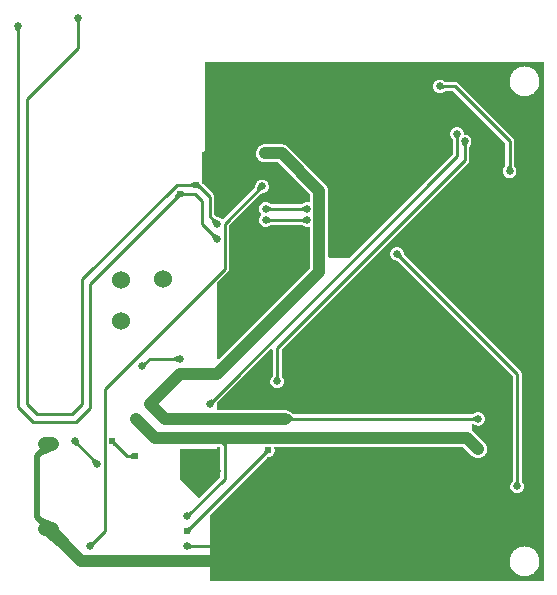
<source format=gbl>
G04 Layer: BottomLayer*
G04 EasyEDA v6.3.43, 2020-05-12T15:16:01+02:00*
G04 4d644927dd1f4b27a0df6f52f7f7ce2a,accd6950acb14890b3c9ed90e7fce2f1,10*
G04 Gerber Generator version 0.2*
G04 Scale: 100 percent, Rotated: No, Reflected: No *
G04 Dimensions in inches *
G04 leading zeros omitted , absolute positions ,2 integer and 4 decimal *
%FSLAX24Y24*%
%MOIN*%
G90*
G70D02*

%ADD10C,0.010000*%
%ADD11C,0.040000*%
%ADD13C,0.020000*%
%ADD17C,0.025000*%
%ADD18C,0.024000*%
%ADD41C,0.060000*%
%ADD42C,0.047240*%

%LPD*%
G36*
G01X7064Y4573D02*
G01X7034Y4573D01*
G01X7028Y4572D01*
G01X7023Y4570D01*
G01X7013Y4564D01*
G01X7009Y4560D01*
G01X7003Y4550D01*
G01X7001Y4545D01*
G01X7000Y4539D01*
G01X7000Y4500D01*
G01X5790Y4500D01*
G01X5778Y4498D01*
G01X5773Y4496D01*
G01X5763Y4490D01*
G01X5759Y4486D01*
G01X5753Y4476D01*
G01X5751Y4471D01*
G01X5750Y4465D01*
G01X5750Y3510D01*
G01X5751Y3504D01*
G01X5754Y3498D01*
G01X5757Y3493D01*
G01X5761Y3488D01*
G01X6369Y2880D01*
G01X6375Y2877D01*
G01X6380Y2875D01*
G01X6386Y2873D01*
G01X6399Y2873D01*
G01X6411Y2877D01*
G01X6416Y2880D01*
G01X6421Y2885D01*
G01X7087Y3550D01*
G01X7091Y3555D01*
G01X7094Y3560D01*
G01X7097Y3566D01*
G01X7098Y3572D01*
G01X7099Y3579D01*
G01X7099Y4533D01*
G01X7097Y4545D01*
G01X7095Y4550D01*
G01X7089Y4560D01*
G01X7085Y4564D01*
G01X7075Y4570D01*
G01X7070Y4572D01*
G01X7064Y4573D01*
G37*

%LPD*%
G36*
G01X17864Y17398D02*
G01X6635Y17398D01*
G01X6629Y17397D01*
G01X6624Y17395D01*
G01X6614Y17389D01*
G01X6610Y17385D01*
G01X6604Y17375D01*
G01X6602Y17370D01*
G01X6601Y17364D01*
G01X6601Y14500D01*
G01X6600Y14490D01*
G01X6599Y14481D01*
G01X6597Y14472D01*
G01X6594Y14463D01*
G01X6586Y14447D01*
G01X6580Y14439D01*
G01X6575Y14432D01*
G01X6568Y14425D01*
G01X6561Y14419D01*
G01X6545Y14409D01*
G01X6537Y14406D01*
G01X6528Y14403D01*
G01X6523Y14401D01*
G01X6518Y14398D01*
G01X6513Y14394D01*
G01X6509Y14390D01*
G01X6506Y14386D01*
G01X6503Y14381D01*
G01X6501Y14376D01*
G01X6500Y14370D01*
G01X6500Y13394D01*
G01X6503Y13386D01*
G01X6505Y13380D01*
G01X6509Y13373D01*
G01X6542Y13322D01*
G01X6547Y13316D01*
G01X6856Y13006D01*
G01X6864Y12998D01*
G01X6872Y12988D01*
G01X6884Y12968D01*
G01X6889Y12957D01*
G01X6893Y12946D01*
G01X6896Y12935D01*
G01X6899Y12923D01*
G01X6900Y12911D01*
G01X6901Y12900D01*
G01X6901Y12322D01*
G01X6902Y12316D01*
G01X6905Y12310D01*
G01X6908Y12305D01*
G01X6912Y12300D01*
G01X6962Y12250D01*
G01X6967Y12246D01*
G01X6972Y12243D01*
G01X6978Y12240D01*
G01X7025Y12225D01*
G01X7032Y12223D01*
G01X7047Y12221D01*
G01X7075Y12213D01*
G01X7089Y12207D01*
G01X7102Y12201D01*
G01X7115Y12194D01*
G01X7127Y12186D01*
G01X7151Y12168D01*
G01X7155Y12164D01*
G01X7160Y12161D01*
G01X7166Y12159D01*
G01X7171Y12158D01*
G01X7177Y12157D01*
G01X7184Y12158D01*
G01X7190Y12159D01*
G01X7195Y12162D01*
G01X7201Y12165D01*
G01X7206Y12169D01*
G01X8249Y13212D01*
G01X8253Y13217D01*
G01X8256Y13222D01*
G01X8259Y13228D01*
G01X8274Y13275D01*
G01X8276Y13282D01*
G01X8278Y13296D01*
G01X8282Y13309D01*
G01X8286Y13323D01*
G01X8296Y13349D01*
G01X8310Y13373D01*
G01X8318Y13385D01*
G01X8327Y13396D01*
G01X8336Y13406D01*
G01X8346Y13416D01*
G01X8357Y13425D01*
G01X8368Y13433D01*
G01X8380Y13441D01*
G01X8404Y13455D01*
G01X8417Y13460D01*
G01X8431Y13465D01*
G01X8444Y13469D01*
G01X8458Y13472D01*
G01X8472Y13474D01*
G01X8485Y13475D01*
G01X8513Y13475D01*
G01X8527Y13474D01*
G01X8540Y13472D01*
G01X8554Y13469D01*
G01X8580Y13461D01*
G01X8592Y13456D01*
G01X8605Y13450D01*
G01X8616Y13443D01*
G01X8628Y13435D01*
G01X8639Y13427D01*
G01X8649Y13419D01*
G01X8669Y13399D01*
G01X8677Y13389D01*
G01X8685Y13378D01*
G01X8693Y13366D01*
G01X8700Y13355D01*
G01X8706Y13342D01*
G01X8711Y13330D01*
G01X8719Y13304D01*
G01X8722Y13290D01*
G01X8724Y13277D01*
G01X8725Y13263D01*
G01X8726Y13250D01*
G01X8725Y13235D01*
G01X8724Y13222D01*
G01X8722Y13208D01*
G01X8719Y13194D01*
G01X8715Y13181D01*
G01X8710Y13167D01*
G01X8705Y13154D01*
G01X8691Y13130D01*
G01X8683Y13118D01*
G01X8675Y13107D01*
G01X8666Y13096D01*
G01X8656Y13086D01*
G01X8646Y13077D01*
G01X8635Y13068D01*
G01X8623Y13060D01*
G01X8599Y13046D01*
G01X8573Y13036D01*
G01X8559Y13032D01*
G01X8546Y13028D01*
G01X8532Y13026D01*
G01X8525Y13024D01*
G01X8478Y13009D01*
G01X8472Y13006D01*
G01X8467Y13003D01*
G01X8462Y12999D01*
G01X7412Y11949D01*
G01X7408Y11944D01*
G01X7405Y11939D01*
G01X7402Y11933D01*
G01X7401Y11927D01*
G01X7401Y10500D01*
G01X7399Y10476D01*
G01X7396Y10464D01*
G01X7393Y10453D01*
G01X7389Y10442D01*
G01X7384Y10431D01*
G01X7372Y10411D01*
G01X7364Y10401D01*
G01X7011Y10048D01*
G01X7007Y10043D01*
G01X7004Y10038D01*
G01X7001Y10032D01*
G01X7000Y10026D01*
G01X7000Y7516D01*
G01X7001Y7510D01*
G01X7003Y7505D01*
G01X7006Y7500D01*
G01X7009Y7496D01*
G01X7013Y7492D01*
G01X7018Y7488D01*
G01X7023Y7485D01*
G01X7028Y7483D01*
G01X7034Y7482D01*
G01X7046Y7482D01*
G01X7058Y7486D01*
G01X7063Y7489D01*
G01X7068Y7493D01*
G01X10087Y10512D01*
G01X10091Y10517D01*
G01X10094Y10523D01*
G01X10097Y10528D01*
G01X10098Y10534D01*
G01X10098Y11871D01*
G01X10097Y11876D01*
G01X10095Y11882D01*
G01X10092Y11887D01*
G01X10089Y11891D01*
G01X10085Y11895D01*
G01X10080Y11899D01*
G01X10075Y11902D01*
G01X10070Y11904D01*
G01X10064Y11905D01*
G01X10059Y11905D01*
G01X10050Y11904D01*
G01X10033Y11901D01*
G01X10016Y11899D01*
G01X10000Y11898D01*
G01X9985Y11899D01*
G01X9971Y11900D01*
G01X9956Y11903D01*
G01X9942Y11906D01*
G01X9928Y11910D01*
G01X9915Y11915D01*
G01X9901Y11921D01*
G01X9889Y11928D01*
G01X9876Y11935D01*
G01X9858Y11947D01*
G01X9808Y11972D01*
G01X9802Y11973D01*
G01X8822Y11973D01*
G01X8816Y11972D01*
G01X8766Y11947D01*
G01X8748Y11935D01*
G01X8735Y11928D01*
G01X8723Y11921D01*
G01X8709Y11915D01*
G01X8696Y11910D01*
G01X8682Y11906D01*
G01X8668Y11903D01*
G01X8653Y11900D01*
G01X8625Y11898D01*
G01X8597Y11900D01*
G01X8584Y11902D01*
G01X8570Y11905D01*
G01X8544Y11913D01*
G01X8532Y11918D01*
G01X8519Y11924D01*
G01X8508Y11931D01*
G01X8496Y11939D01*
G01X8485Y11947D01*
G01X8475Y11955D01*
G01X8455Y11975D01*
G01X8447Y11985D01*
G01X8439Y11996D01*
G01X8431Y12008D01*
G01X8424Y12019D01*
G01X8418Y12032D01*
G01X8413Y12044D01*
G01X8405Y12070D01*
G01X8402Y12084D01*
G01X8400Y12097D01*
G01X8399Y12111D01*
G01X8399Y12138D01*
G01X8400Y12152D01*
G01X8402Y12165D01*
G01X8405Y12178D01*
G01X8413Y12204D01*
G01X8418Y12217D01*
G01X8424Y12229D01*
G01X8431Y12241D01*
G01X8438Y12252D01*
G01X8446Y12263D01*
G01X8455Y12274D01*
G01X8464Y12284D01*
G01X8472Y12294D01*
G01X8474Y12300D01*
G01X8476Y12312D01*
G01X8474Y12324D01*
G01X8472Y12330D01*
G01X8464Y12340D01*
G01X8455Y12350D01*
G01X8446Y12361D01*
G01X8438Y12372D01*
G01X8431Y12383D01*
G01X8424Y12395D01*
G01X8418Y12407D01*
G01X8413Y12420D01*
G01X8405Y12446D01*
G01X8402Y12459D01*
G01X8400Y12472D01*
G01X8399Y12486D01*
G01X8399Y12513D01*
G01X8400Y12527D01*
G01X8402Y12540D01*
G01X8405Y12554D01*
G01X8413Y12580D01*
G01X8418Y12592D01*
G01X8424Y12605D01*
G01X8431Y12616D01*
G01X8439Y12628D01*
G01X8447Y12639D01*
G01X8455Y12649D01*
G01X8475Y12669D01*
G01X8485Y12677D01*
G01X8496Y12685D01*
G01X8508Y12693D01*
G01X8519Y12700D01*
G01X8532Y12706D01*
G01X8544Y12711D01*
G01X8570Y12719D01*
G01X8584Y12722D01*
G01X8597Y12724D01*
G01X8611Y12725D01*
G01X8639Y12725D01*
G01X8653Y12724D01*
G01X8668Y12721D01*
G01X8682Y12718D01*
G01X8696Y12714D01*
G01X8709Y12709D01*
G01X8723Y12703D01*
G01X8735Y12696D01*
G01X8748Y12689D01*
G01X8766Y12677D01*
G01X8816Y12652D01*
G01X8828Y12650D01*
G01X9796Y12650D01*
G01X9808Y12652D01*
G01X9858Y12677D01*
G01X9876Y12689D01*
G01X9889Y12696D01*
G01X9901Y12703D01*
G01X9915Y12709D01*
G01X9928Y12714D01*
G01X9942Y12718D01*
G01X9956Y12721D01*
G01X9971Y12724D01*
G01X9985Y12725D01*
G01X10016Y12725D01*
G01X10033Y12723D01*
G01X10050Y12720D01*
G01X10059Y12719D01*
G01X10064Y12719D01*
G01X10070Y12720D01*
G01X10075Y12722D01*
G01X10080Y12725D01*
G01X10085Y12729D01*
G01X10089Y12733D01*
G01X10092Y12737D01*
G01X10095Y12742D01*
G01X10097Y12748D01*
G01X10098Y12753D01*
G01X10098Y12965D01*
G01X10097Y12971D01*
G01X10094Y12976D01*
G01X10091Y12982D01*
G01X10087Y12987D01*
G01X9037Y14037D01*
G01X9032Y14041D01*
G01X9026Y14044D01*
G01X9021Y14047D01*
G01X9015Y14048D01*
G01X8600Y14048D01*
G01X8568Y14050D01*
G01X8552Y14052D01*
G01X8537Y14055D01*
G01X8522Y14059D01*
G01X8506Y14063D01*
G01X8492Y14068D01*
G01X8477Y14075D01*
G01X8463Y14081D01*
G01X8449Y14089D01*
G01X8436Y14097D01*
G01X8423Y14106D01*
G01X8410Y14116D01*
G01X8398Y14126D01*
G01X8376Y14148D01*
G01X8366Y14160D01*
G01X8356Y14173D01*
G01X8347Y14186D01*
G01X8339Y14199D01*
G01X8331Y14213D01*
G01X8325Y14227D01*
G01X8318Y14242D01*
G01X8313Y14256D01*
G01X8309Y14272D01*
G01X8305Y14287D01*
G01X8302Y14302D01*
G01X8300Y14318D01*
G01X8299Y14334D01*
G01X8299Y14365D01*
G01X8300Y14381D01*
G01X8302Y14397D01*
G01X8305Y14412D01*
G01X8309Y14427D01*
G01X8313Y14443D01*
G01X8318Y14457D01*
G01X8325Y14472D01*
G01X8331Y14486D01*
G01X8339Y14500D01*
G01X8347Y14513D01*
G01X8356Y14526D01*
G01X8366Y14539D01*
G01X8376Y14551D01*
G01X8398Y14573D01*
G01X8410Y14583D01*
G01X8423Y14593D01*
G01X8436Y14602D01*
G01X8449Y14610D01*
G01X8463Y14618D01*
G01X8477Y14624D01*
G01X8492Y14631D01*
G01X8506Y14636D01*
G01X8522Y14640D01*
G01X8537Y14644D01*
G01X8552Y14647D01*
G01X8568Y14649D01*
G01X8584Y14650D01*
G01X9165Y14650D01*
G01X9181Y14649D01*
G01X9197Y14647D01*
G01X9212Y14644D01*
G01X9227Y14640D01*
G01X9243Y14636D01*
G01X9257Y14631D01*
G01X9272Y14624D01*
G01X9286Y14618D01*
G01X9300Y14610D01*
G01X9313Y14602D01*
G01X9326Y14593D01*
G01X9339Y14583D01*
G01X9351Y14573D01*
G01X10623Y13301D01*
G01X10633Y13289D01*
G01X10643Y13276D01*
G01X10652Y13263D01*
G01X10660Y13250D01*
G01X10668Y13236D01*
G01X10674Y13222D01*
G01X10681Y13207D01*
G01X10686Y13193D01*
G01X10690Y13177D01*
G01X10694Y13162D01*
G01X10697Y13147D01*
G01X10699Y13131D01*
G01X10700Y13115D01*
G01X10701Y13100D01*
G01X10701Y10909D01*
G01X10702Y10903D01*
G01X10704Y10898D01*
G01X10710Y10888D01*
G01X10714Y10884D01*
G01X10724Y10878D01*
G01X10729Y10876D01*
G01X10735Y10875D01*
G01X11375Y10875D01*
G01X11382Y10872D01*
G01X11391Y10871D01*
G01X11397Y10871D01*
G01X11409Y10875D01*
G01X11419Y10883D01*
G01X14837Y14300D01*
G01X14841Y14305D01*
G01X14844Y14310D01*
G01X14847Y14316D01*
G01X14848Y14322D01*
G01X14848Y14802D01*
G01X14847Y14808D01*
G01X14822Y14858D01*
G01X14810Y14876D01*
G01X14803Y14889D01*
G01X14796Y14901D01*
G01X14790Y14915D01*
G01X14785Y14928D01*
G01X14781Y14942D01*
G01X14778Y14956D01*
G01X14775Y14971D01*
G01X14774Y14985D01*
G01X14773Y15000D01*
G01X14774Y15013D01*
G01X14775Y15027D01*
G01X14777Y15040D01*
G01X14780Y15054D01*
G01X14788Y15080D01*
G01X14793Y15092D01*
G01X14799Y15105D01*
G01X14806Y15116D01*
G01X14814Y15128D01*
G01X14822Y15139D01*
G01X14830Y15149D01*
G01X14850Y15169D01*
G01X14860Y15177D01*
G01X14871Y15185D01*
G01X14883Y15193D01*
G01X14894Y15200D01*
G01X14907Y15206D01*
G01X14919Y15211D01*
G01X14945Y15219D01*
G01X14959Y15222D01*
G01X14972Y15224D01*
G01X14986Y15225D01*
G01X15013Y15225D01*
G01X15027Y15224D01*
G01X15040Y15222D01*
G01X15054Y15219D01*
G01X15080Y15211D01*
G01X15092Y15206D01*
G01X15105Y15200D01*
G01X15117Y15193D01*
G01X15150Y15169D01*
G01X15159Y15159D01*
G01X15169Y15149D01*
G01X15178Y15139D01*
G01X15186Y15128D01*
G01X15200Y15104D01*
G01X15206Y15092D01*
G01X15211Y15079D01*
G01X15219Y15053D01*
G01X15222Y15040D01*
G01X15224Y15026D01*
G01X15225Y15013D01*
G01X15227Y15001D01*
G01X15233Y14991D01*
G01X15241Y14983D01*
G01X15251Y14977D01*
G01X15263Y14975D01*
G01X15276Y14974D01*
G01X15290Y14972D01*
G01X15303Y14969D01*
G01X15329Y14961D01*
G01X15342Y14956D01*
G01X15354Y14950D01*
G01X15378Y14936D01*
G01X15389Y14928D01*
G01X15399Y14919D01*
G01X15409Y14909D01*
G01X15419Y14900D01*
G01X15443Y14867D01*
G01X15450Y14855D01*
G01X15456Y14842D01*
G01X15461Y14830D01*
G01X15469Y14804D01*
G01X15472Y14790D01*
G01X15474Y14777D01*
G01X15475Y14763D01*
G01X15476Y14750D01*
G01X15475Y14735D01*
G01X15474Y14721D01*
G01X15471Y14706D01*
G01X15468Y14692D01*
G01X15464Y14678D01*
G01X15459Y14665D01*
G01X15453Y14651D01*
G01X15446Y14639D01*
G01X15439Y14626D01*
G01X15427Y14608D01*
G01X15402Y14558D01*
G01X15401Y14552D01*
G01X15401Y14125D01*
G01X15399Y14101D01*
G01X15396Y14089D01*
G01X15393Y14078D01*
G01X15389Y14067D01*
G01X15384Y14056D01*
G01X15372Y14036D01*
G01X15364Y14026D01*
G01X9162Y7824D01*
G01X9158Y7819D01*
G01X9155Y7814D01*
G01X9152Y7808D01*
G01X9151Y7802D01*
G01X9151Y6947D01*
G01X9152Y6941D01*
G01X9177Y6891D01*
G01X9189Y6873D01*
G01X9196Y6860D01*
G01X9203Y6848D01*
G01X9209Y6834D01*
G01X9214Y6821D01*
G01X9218Y6807D01*
G01X9221Y6793D01*
G01X9224Y6778D01*
G01X9226Y6750D01*
G01X9224Y6722D01*
G01X9222Y6709D01*
G01X9219Y6695D01*
G01X9211Y6669D01*
G01X9206Y6657D01*
G01X9200Y6644D01*
G01X9193Y6633D01*
G01X9185Y6621D01*
G01X9177Y6610D01*
G01X9169Y6600D01*
G01X9149Y6580D01*
G01X9139Y6572D01*
G01X9128Y6564D01*
G01X9116Y6556D01*
G01X9105Y6549D01*
G01X9092Y6543D01*
G01X9080Y6538D01*
G01X9054Y6530D01*
G01X9040Y6527D01*
G01X9027Y6525D01*
G01X9013Y6524D01*
G01X9000Y6523D01*
G01X8972Y6525D01*
G01X8959Y6527D01*
G01X8945Y6530D01*
G01X8919Y6538D01*
G01X8907Y6543D01*
G01X8894Y6549D01*
G01X8883Y6556D01*
G01X8871Y6564D01*
G01X8860Y6572D01*
G01X8850Y6580D01*
G01X8830Y6600D01*
G01X8822Y6610D01*
G01X8814Y6621D01*
G01X8806Y6633D01*
G01X8799Y6644D01*
G01X8793Y6657D01*
G01X8788Y6669D01*
G01X8780Y6695D01*
G01X8777Y6709D01*
G01X8775Y6722D01*
G01X8774Y6736D01*
G01X8774Y6764D01*
G01X8775Y6778D01*
G01X8778Y6793D01*
G01X8781Y6807D01*
G01X8785Y6821D01*
G01X8790Y6834D01*
G01X8796Y6848D01*
G01X8803Y6860D01*
G01X8810Y6873D01*
G01X8822Y6891D01*
G01X8847Y6941D01*
G01X8849Y6953D01*
G01X8849Y7788D01*
G01X8847Y7800D01*
G01X8845Y7805D01*
G01X8839Y7815D01*
G01X8835Y7819D01*
G01X8825Y7825D01*
G01X8820Y7827D01*
G01X8814Y7828D01*
G01X8802Y7828D01*
G01X8790Y7824D01*
G01X8785Y7821D01*
G01X8780Y7817D01*
G01X7011Y6048D01*
G01X7007Y6043D01*
G01X7004Y6038D01*
G01X7001Y6032D01*
G01X7000Y6026D01*
G01X7000Y5835D01*
G01X7001Y5829D01*
G01X7003Y5824D01*
G01X7009Y5814D01*
G01X7013Y5810D01*
G01X7023Y5804D01*
G01X7028Y5802D01*
G01X7040Y5800D01*
G01X9266Y5800D01*
G01X9282Y5799D01*
G01X9298Y5797D01*
G01X9314Y5794D01*
G01X9329Y5790D01*
G01X9345Y5785D01*
G01X9375Y5773D01*
G01X9389Y5766D01*
G01X9404Y5758D01*
G01X9430Y5740D01*
G01X9443Y5730D01*
G01X9446Y5728D01*
G01X9544Y5658D01*
G01X9549Y5655D01*
G01X9555Y5652D01*
G01X9567Y5650D01*
G01X15496Y5650D01*
G01X15508Y5652D01*
G01X15558Y5677D01*
G01X15576Y5689D01*
G01X15589Y5696D01*
G01X15601Y5703D01*
G01X15615Y5709D01*
G01X15628Y5714D01*
G01X15642Y5718D01*
G01X15656Y5721D01*
G01X15671Y5724D01*
G01X15685Y5725D01*
G01X15713Y5725D01*
G01X15727Y5724D01*
G01X15740Y5722D01*
G01X15754Y5719D01*
G01X15780Y5711D01*
G01X15792Y5706D01*
G01X15805Y5700D01*
G01X15816Y5693D01*
G01X15828Y5685D01*
G01X15839Y5677D01*
G01X15849Y5669D01*
G01X15869Y5649D01*
G01X15877Y5639D01*
G01X15885Y5628D01*
G01X15893Y5616D01*
G01X15900Y5605D01*
G01X15906Y5592D01*
G01X15911Y5580D01*
G01X15919Y5554D01*
G01X15922Y5540D01*
G01X15924Y5527D01*
G01X15925Y5513D01*
G01X15926Y5500D01*
G01X15924Y5472D01*
G01X15922Y5459D01*
G01X15919Y5445D01*
G01X15911Y5419D01*
G01X15906Y5407D01*
G01X15900Y5394D01*
G01X15893Y5383D01*
G01X15885Y5371D01*
G01X15877Y5360D01*
G01X15869Y5350D01*
G01X15849Y5330D01*
G01X15839Y5322D01*
G01X15828Y5314D01*
G01X15816Y5306D01*
G01X15805Y5299D01*
G01X15792Y5293D01*
G01X15780Y5288D01*
G01X15754Y5280D01*
G01X15740Y5277D01*
G01X15727Y5275D01*
G01X15713Y5274D01*
G01X15700Y5273D01*
G01X15685Y5274D01*
G01X15671Y5275D01*
G01X15656Y5278D01*
G01X15642Y5281D01*
G01X15628Y5285D01*
G01X15615Y5290D01*
G01X15601Y5296D01*
G01X15589Y5303D01*
G01X15576Y5310D01*
G01X15558Y5322D01*
G01X15557Y5323D01*
G01X15552Y5325D01*
G01X15540Y5327D01*
G01X15528Y5325D01*
G01X15523Y5323D01*
G01X15513Y5317D01*
G01X15509Y5313D01*
G01X15503Y5303D01*
G01X15501Y5298D01*
G01X15500Y5292D01*
G01X15500Y5133D01*
G01X15501Y5128D01*
G01X15503Y5122D01*
G01X15506Y5117D01*
G01X15510Y5112D01*
G01X15514Y5108D01*
G01X15526Y5098D01*
G01X15923Y4701D01*
G01X15933Y4689D01*
G01X15943Y4676D01*
G01X15952Y4663D01*
G01X15960Y4650D01*
G01X15968Y4636D01*
G01X15974Y4622D01*
G01X15981Y4607D01*
G01X15986Y4593D01*
G01X15990Y4577D01*
G01X15994Y4562D01*
G01X15997Y4547D01*
G01X15999Y4531D01*
G01X16000Y4515D01*
G01X16001Y4500D01*
G01X15999Y4468D01*
G01X15997Y4452D01*
G01X15994Y4437D01*
G01X15990Y4422D01*
G01X15986Y4406D01*
G01X15981Y4392D01*
G01X15974Y4377D01*
G01X15968Y4363D01*
G01X15960Y4349D01*
G01X15952Y4336D01*
G01X15943Y4323D01*
G01X15933Y4310D01*
G01X15923Y4298D01*
G01X15901Y4276D01*
G01X15889Y4266D01*
G01X15876Y4256D01*
G01X15863Y4247D01*
G01X15850Y4239D01*
G01X15836Y4231D01*
G01X15822Y4225D01*
G01X15807Y4218D01*
G01X15793Y4213D01*
G01X15777Y4209D01*
G01X15762Y4205D01*
G01X15747Y4202D01*
G01X15731Y4200D01*
G01X15715Y4199D01*
G01X15700Y4198D01*
G01X15668Y4200D01*
G01X15652Y4202D01*
G01X15637Y4205D01*
G01X15622Y4209D01*
G01X15606Y4213D01*
G01X15592Y4218D01*
G01X15577Y4225D01*
G01X15563Y4231D01*
G01X15549Y4239D01*
G01X15536Y4247D01*
G01X15523Y4256D01*
G01X15510Y4266D01*
G01X15498Y4276D01*
G01X15212Y4562D01*
G01X15207Y4566D01*
G01X15201Y4569D01*
G01X15196Y4572D01*
G01X15190Y4573D01*
G01X8941Y4573D01*
G01X8935Y4572D01*
G01X8930Y4570D01*
G01X8920Y4564D01*
G01X8916Y4560D01*
G01X8910Y4550D01*
G01X8908Y4545D01*
G01X8907Y4539D01*
G01X8907Y4527D01*
G01X8909Y4521D01*
G01X8913Y4507D01*
G01X8916Y4493D01*
G01X8919Y4478D01*
G01X8921Y4450D01*
G01X8919Y4422D01*
G01X8917Y4409D01*
G01X8914Y4396D01*
G01X8910Y4382D01*
G01X8906Y4370D01*
G01X8900Y4357D01*
G01X8894Y4345D01*
G01X8887Y4333D01*
G01X8880Y4322D01*
G01X8872Y4311D01*
G01X8863Y4300D01*
G01X8833Y4273D01*
G01X8821Y4265D01*
G01X8810Y4258D01*
G01X8798Y4252D01*
G01X8785Y4246D01*
G01X8773Y4241D01*
G01X8760Y4237D01*
G01X8746Y4234D01*
G01X8733Y4231D01*
G01X8726Y4229D01*
G01X8683Y4214D01*
G01X8678Y4212D01*
G01X8673Y4209D01*
G01X8668Y4205D01*
G01X6761Y2298D01*
G01X6757Y2293D01*
G01X6754Y2288D01*
G01X6751Y2282D01*
G01X6750Y2276D01*
G01X6750Y135D01*
G01X6751Y129D01*
G01X6753Y124D01*
G01X6759Y114D01*
G01X6763Y110D01*
G01X6773Y104D01*
G01X6778Y102D01*
G01X6790Y100D01*
G01X17859Y100D01*
G01X17864Y101D01*
G01X17870Y102D01*
G01X17875Y104D01*
G01X17885Y110D01*
G01X17889Y114D01*
G01X17895Y124D01*
G01X17897Y129D01*
G01X17898Y135D01*
G01X17898Y17364D01*
G01X17897Y17370D01*
G01X17895Y17375D01*
G01X17889Y17385D01*
G01X17885Y17389D01*
G01X17875Y17395D01*
G01X17870Y17397D01*
G01X17864Y17398D01*
G37*

%LPC*%
G36*
G01X13014Y11225D02*
G01X12986Y11225D01*
G01X12972Y11224D01*
G01X12959Y11222D01*
G01X12945Y11219D01*
G01X12919Y11211D01*
G01X12907Y11206D01*
G01X12894Y11200D01*
G01X12883Y11193D01*
G01X12871Y11185D01*
G01X12860Y11177D01*
G01X12850Y11169D01*
G01X12830Y11149D01*
G01X12822Y11139D01*
G01X12814Y11128D01*
G01X12806Y11116D01*
G01X12799Y11105D01*
G01X12793Y11092D01*
G01X12788Y11080D01*
G01X12780Y11054D01*
G01X12777Y11040D01*
G01X12775Y11027D01*
G01X12774Y11013D01*
G01X12773Y11000D01*
G01X12774Y10985D01*
G01X12775Y10972D01*
G01X12777Y10958D01*
G01X12780Y10944D01*
G01X12784Y10931D01*
G01X12789Y10917D01*
G01X12794Y10904D01*
G01X12808Y10880D01*
G01X12816Y10868D01*
G01X12824Y10857D01*
G01X12833Y10846D01*
G01X12843Y10836D01*
G01X12853Y10827D01*
G01X12864Y10818D01*
G01X12876Y10810D01*
G01X12900Y10796D01*
G01X12926Y10786D01*
G01X12940Y10782D01*
G01X12953Y10778D01*
G01X12967Y10776D01*
G01X12974Y10774D01*
G01X13021Y10759D01*
G01X13027Y10756D01*
G01X13032Y10753D01*
G01X13037Y10749D01*
G01X16837Y6949D01*
G01X16841Y6944D01*
G01X16844Y6939D01*
G01X16847Y6933D01*
G01X16848Y6927D01*
G01X16848Y3447D01*
G01X16847Y3441D01*
G01X16822Y3391D01*
G01X16810Y3373D01*
G01X16803Y3360D01*
G01X16796Y3348D01*
G01X16790Y3334D01*
G01X16785Y3321D01*
G01X16781Y3307D01*
G01X16778Y3293D01*
G01X16775Y3278D01*
G01X16773Y3250D01*
G01X16775Y3222D01*
G01X16777Y3209D01*
G01X16780Y3195D01*
G01X16788Y3169D01*
G01X16793Y3157D01*
G01X16799Y3144D01*
G01X16806Y3133D01*
G01X16814Y3121D01*
G01X16822Y3110D01*
G01X16830Y3100D01*
G01X16850Y3080D01*
G01X16860Y3072D01*
G01X16871Y3064D01*
G01X16883Y3056D01*
G01X16894Y3049D01*
G01X16907Y3043D01*
G01X16919Y3038D01*
G01X16945Y3030D01*
G01X16959Y3027D01*
G01X16972Y3025D01*
G01X17000Y3023D01*
G01X17013Y3024D01*
G01X17027Y3025D01*
G01X17040Y3027D01*
G01X17054Y3030D01*
G01X17080Y3038D01*
G01X17092Y3043D01*
G01X17105Y3049D01*
G01X17116Y3056D01*
G01X17128Y3064D01*
G01X17139Y3072D01*
G01X17149Y3080D01*
G01X17169Y3100D01*
G01X17177Y3110D01*
G01X17185Y3121D01*
G01X17193Y3133D01*
G01X17200Y3144D01*
G01X17206Y3157D01*
G01X17211Y3169D01*
G01X17219Y3195D01*
G01X17222Y3209D01*
G01X17224Y3222D01*
G01X17226Y3250D01*
G01X17224Y3278D01*
G01X17221Y3293D01*
G01X17218Y3307D01*
G01X17214Y3321D01*
G01X17209Y3334D01*
G01X17203Y3348D01*
G01X17196Y3360D01*
G01X17189Y3373D01*
G01X17177Y3391D01*
G01X17152Y3441D01*
G01X17151Y3447D01*
G01X17151Y7000D01*
G01X17150Y7011D01*
G01X17149Y7023D01*
G01X17146Y7035D01*
G01X17143Y7046D01*
G01X17139Y7057D01*
G01X17134Y7068D01*
G01X17122Y7088D01*
G01X17114Y7098D01*
G01X13250Y10962D01*
G01X13246Y10967D01*
G01X13243Y10972D01*
G01X13240Y10978D01*
G01X13225Y11025D01*
G01X13223Y11032D01*
G01X13221Y11046D01*
G01X13217Y11059D01*
G01X13213Y11073D01*
G01X13203Y11099D01*
G01X13189Y11123D01*
G01X13181Y11135D01*
G01X13172Y11146D01*
G01X13163Y11156D01*
G01X13153Y11166D01*
G01X13142Y11175D01*
G01X13131Y11183D01*
G01X13119Y11191D01*
G01X13095Y11205D01*
G01X13082Y11210D01*
G01X13068Y11215D01*
G01X13055Y11219D01*
G01X13041Y11222D01*
G01X13027Y11224D01*
G01X13014Y11225D01*
G37*
G36*
G01X14435Y16804D02*
G01X14407Y16804D01*
G01X14393Y16803D01*
G01X14380Y16801D01*
G01X14366Y16798D01*
G01X14340Y16790D01*
G01X14328Y16785D01*
G01X14315Y16779D01*
G01X14304Y16772D01*
G01X14292Y16764D01*
G01X14281Y16756D01*
G01X14271Y16748D01*
G01X14251Y16728D01*
G01X14243Y16718D01*
G01X14235Y16707D01*
G01X14227Y16695D01*
G01X14220Y16684D01*
G01X14214Y16671D01*
G01X14209Y16659D01*
G01X14201Y16633D01*
G01X14198Y16619D01*
G01X14196Y16606D01*
G01X14194Y16578D01*
G01X14195Y16565D01*
G01X14196Y16551D01*
G01X14198Y16538D01*
G01X14201Y16524D01*
G01X14209Y16498D01*
G01X14214Y16486D01*
G01X14220Y16473D01*
G01X14227Y16462D01*
G01X14235Y16450D01*
G01X14243Y16439D01*
G01X14251Y16429D01*
G01X14271Y16409D01*
G01X14281Y16401D01*
G01X14292Y16393D01*
G01X14304Y16385D01*
G01X14315Y16378D01*
G01X14328Y16372D01*
G01X14340Y16367D01*
G01X14366Y16359D01*
G01X14380Y16356D01*
G01X14393Y16354D01*
G01X14421Y16352D01*
G01X14449Y16354D01*
G01X14464Y16357D01*
G01X14478Y16360D01*
G01X14492Y16364D01*
G01X14505Y16369D01*
G01X14519Y16375D01*
G01X14531Y16382D01*
G01X14544Y16389D01*
G01X14562Y16401D01*
G01X14612Y16426D01*
G01X14618Y16427D01*
G01X14848Y16427D01*
G01X14854Y16426D01*
G01X14860Y16423D01*
G01X14865Y16420D01*
G01X14870Y16416D01*
G01X16587Y14699D01*
G01X16591Y14694D01*
G01X16594Y14689D01*
G01X16597Y14683D01*
G01X16598Y14677D01*
G01X16598Y13947D01*
G01X16597Y13941D01*
G01X16572Y13891D01*
G01X16560Y13873D01*
G01X16553Y13860D01*
G01X16546Y13848D01*
G01X16540Y13834D01*
G01X16535Y13821D01*
G01X16531Y13807D01*
G01X16528Y13793D01*
G01X16525Y13778D01*
G01X16523Y13750D01*
G01X16525Y13722D01*
G01X16527Y13709D01*
G01X16530Y13695D01*
G01X16538Y13669D01*
G01X16543Y13657D01*
G01X16549Y13644D01*
G01X16556Y13633D01*
G01X16564Y13621D01*
G01X16572Y13610D01*
G01X16580Y13600D01*
G01X16600Y13580D01*
G01X16610Y13572D01*
G01X16621Y13564D01*
G01X16633Y13556D01*
G01X16644Y13549D01*
G01X16657Y13543D01*
G01X16669Y13538D01*
G01X16695Y13530D01*
G01X16709Y13527D01*
G01X16722Y13525D01*
G01X16750Y13523D01*
G01X16763Y13524D01*
G01X16777Y13525D01*
G01X16790Y13527D01*
G01X16804Y13530D01*
G01X16830Y13538D01*
G01X16842Y13543D01*
G01X16855Y13549D01*
G01X16866Y13556D01*
G01X16878Y13564D01*
G01X16889Y13572D01*
G01X16899Y13580D01*
G01X16919Y13600D01*
G01X16927Y13610D01*
G01X16935Y13621D01*
G01X16943Y13633D01*
G01X16950Y13644D01*
G01X16956Y13657D01*
G01X16961Y13669D01*
G01X16969Y13695D01*
G01X16972Y13709D01*
G01X16974Y13722D01*
G01X16976Y13750D01*
G01X16974Y13778D01*
G01X16971Y13793D01*
G01X16968Y13807D01*
G01X16964Y13821D01*
G01X16959Y13834D01*
G01X16953Y13848D01*
G01X16946Y13860D01*
G01X16939Y13873D01*
G01X16927Y13891D01*
G01X16902Y13941D01*
G01X16901Y13947D01*
G01X16901Y14750D01*
G01X16900Y14761D01*
G01X16899Y14773D01*
G01X16896Y14785D01*
G01X16893Y14796D01*
G01X16889Y14807D01*
G01X16884Y14818D01*
G01X16872Y14838D01*
G01X16864Y14848D01*
G01X15019Y16693D01*
G01X15009Y16701D01*
G01X14989Y16713D01*
G01X14978Y16718D01*
G01X14967Y16722D01*
G01X14956Y16725D01*
G01X14944Y16728D01*
G01X14932Y16729D01*
G01X14624Y16729D01*
G01X14612Y16731D01*
G01X14562Y16756D01*
G01X14544Y16768D01*
G01X14531Y16775D01*
G01X14519Y16782D01*
G01X14505Y16788D01*
G01X14492Y16793D01*
G01X14478Y16797D01*
G01X14464Y16800D01*
G01X14449Y16803D01*
G01X14435Y16804D01*
G37*
G36*
G01X17269Y1244D02*
G01X17230Y1244D01*
G01X17210Y1243D01*
G01X17190Y1241D01*
G01X17170Y1238D01*
G01X17151Y1234D01*
G01X17131Y1230D01*
G01X17112Y1225D01*
G01X17093Y1219D01*
G01X17074Y1212D01*
G01X17056Y1205D01*
G01X17037Y1196D01*
G01X17020Y1188D01*
G01X17002Y1178D01*
G01X16985Y1168D01*
G01X16968Y1157D01*
G01X16952Y1145D01*
G01X16937Y1133D01*
G01X16921Y1120D01*
G01X16879Y1078D01*
G01X16866Y1062D01*
G01X16854Y1047D01*
G01X16842Y1031D01*
G01X16831Y1014D01*
G01X16821Y997D01*
G01X16811Y979D01*
G01X16803Y962D01*
G01X16794Y943D01*
G01X16787Y925D01*
G01X16780Y906D01*
G01X16774Y887D01*
G01X16769Y868D01*
G01X16765Y848D01*
G01X16761Y829D01*
G01X16758Y809D01*
G01X16756Y789D01*
G01X16755Y769D01*
G01X16755Y730D01*
G01X16756Y710D01*
G01X16758Y690D01*
G01X16761Y670D01*
G01X16765Y651D01*
G01X16769Y631D01*
G01X16774Y612D01*
G01X16780Y593D01*
G01X16787Y574D01*
G01X16794Y556D01*
G01X16803Y537D01*
G01X16811Y520D01*
G01X16821Y502D01*
G01X16831Y485D01*
G01X16842Y468D01*
G01X16854Y452D01*
G01X16866Y437D01*
G01X16879Y421D01*
G01X16921Y379D01*
G01X16937Y366D01*
G01X16952Y354D01*
G01X16968Y342D01*
G01X16985Y331D01*
G01X17002Y321D01*
G01X17020Y311D01*
G01X17037Y303D01*
G01X17056Y294D01*
G01X17074Y287D01*
G01X17093Y280D01*
G01X17112Y274D01*
G01X17131Y269D01*
G01X17151Y265D01*
G01X17170Y261D01*
G01X17190Y258D01*
G01X17210Y256D01*
G01X17230Y255D01*
G01X17269Y255D01*
G01X17289Y256D01*
G01X17309Y258D01*
G01X17329Y261D01*
G01X17348Y265D01*
G01X17368Y269D01*
G01X17387Y274D01*
G01X17406Y280D01*
G01X17425Y287D01*
G01X17443Y294D01*
G01X17462Y303D01*
G01X17479Y311D01*
G01X17497Y321D01*
G01X17514Y331D01*
G01X17531Y342D01*
G01X17547Y354D01*
G01X17562Y366D01*
G01X17578Y379D01*
G01X17620Y421D01*
G01X17633Y437D01*
G01X17645Y452D01*
G01X17657Y468D01*
G01X17668Y485D01*
G01X17678Y502D01*
G01X17688Y520D01*
G01X17696Y537D01*
G01X17705Y556D01*
G01X17712Y574D01*
G01X17719Y593D01*
G01X17725Y612D01*
G01X17730Y631D01*
G01X17734Y651D01*
G01X17738Y670D01*
G01X17741Y690D01*
G01X17743Y710D01*
G01X17744Y730D01*
G01X17744Y769D01*
G01X17743Y789D01*
G01X17741Y809D01*
G01X17738Y829D01*
G01X17734Y848D01*
G01X17730Y868D01*
G01X17725Y887D01*
G01X17719Y906D01*
G01X17712Y925D01*
G01X17705Y943D01*
G01X17696Y962D01*
G01X17688Y979D01*
G01X17678Y997D01*
G01X17668Y1014D01*
G01X17657Y1031D01*
G01X17645Y1047D01*
G01X17633Y1062D01*
G01X17620Y1078D01*
G01X17578Y1120D01*
G01X17562Y1133D01*
G01X17547Y1145D01*
G01X17531Y1157D01*
G01X17514Y1168D01*
G01X17497Y1178D01*
G01X17479Y1188D01*
G01X17462Y1196D01*
G01X17443Y1205D01*
G01X17425Y1212D01*
G01X17406Y1219D01*
G01X17387Y1225D01*
G01X17368Y1230D01*
G01X17348Y1234D01*
G01X17329Y1238D01*
G01X17309Y1241D01*
G01X17289Y1243D01*
G01X17269Y1244D01*
G37*
G36*
G01X17269Y17244D02*
G01X17230Y17244D01*
G01X17210Y17243D01*
G01X17190Y17241D01*
G01X17170Y17238D01*
G01X17151Y17234D01*
G01X17131Y17230D01*
G01X17112Y17225D01*
G01X17093Y17219D01*
G01X17074Y17212D01*
G01X17056Y17205D01*
G01X17037Y17196D01*
G01X17020Y17188D01*
G01X17002Y17178D01*
G01X16985Y17168D01*
G01X16968Y17157D01*
G01X16952Y17145D01*
G01X16937Y17133D01*
G01X16921Y17120D01*
G01X16879Y17078D01*
G01X16866Y17062D01*
G01X16854Y17047D01*
G01X16842Y17031D01*
G01X16831Y17014D01*
G01X16821Y16997D01*
G01X16811Y16979D01*
G01X16803Y16962D01*
G01X16794Y16943D01*
G01X16787Y16925D01*
G01X16780Y16906D01*
G01X16774Y16887D01*
G01X16769Y16868D01*
G01X16765Y16848D01*
G01X16761Y16829D01*
G01X16758Y16809D01*
G01X16756Y16789D01*
G01X16755Y16769D01*
G01X16755Y16730D01*
G01X16756Y16710D01*
G01X16758Y16690D01*
G01X16761Y16670D01*
G01X16765Y16651D01*
G01X16769Y16631D01*
G01X16774Y16612D01*
G01X16780Y16593D01*
G01X16787Y16574D01*
G01X16794Y16556D01*
G01X16803Y16537D01*
G01X16811Y16520D01*
G01X16821Y16502D01*
G01X16831Y16485D01*
G01X16842Y16468D01*
G01X16854Y16452D01*
G01X16866Y16437D01*
G01X16879Y16421D01*
G01X16921Y16379D01*
G01X16937Y16366D01*
G01X16952Y16354D01*
G01X16968Y16342D01*
G01X16985Y16331D01*
G01X17002Y16321D01*
G01X17020Y16311D01*
G01X17037Y16303D01*
G01X17056Y16294D01*
G01X17074Y16287D01*
G01X17093Y16280D01*
G01X17112Y16274D01*
G01X17131Y16269D01*
G01X17151Y16265D01*
G01X17170Y16261D01*
G01X17190Y16258D01*
G01X17210Y16256D01*
G01X17230Y16255D01*
G01X17269Y16255D01*
G01X17289Y16256D01*
G01X17309Y16258D01*
G01X17329Y16261D01*
G01X17348Y16265D01*
G01X17368Y16269D01*
G01X17387Y16274D01*
G01X17406Y16280D01*
G01X17425Y16287D01*
G01X17443Y16294D01*
G01X17462Y16303D01*
G01X17479Y16311D01*
G01X17497Y16321D01*
G01X17514Y16331D01*
G01X17531Y16342D01*
G01X17547Y16354D01*
G01X17562Y16366D01*
G01X17578Y16379D01*
G01X17620Y16421D01*
G01X17633Y16437D01*
G01X17645Y16452D01*
G01X17657Y16468D01*
G01X17668Y16485D01*
G01X17678Y16502D01*
G01X17688Y16520D01*
G01X17696Y16537D01*
G01X17705Y16556D01*
G01X17712Y16574D01*
G01X17719Y16593D01*
G01X17725Y16612D01*
G01X17730Y16631D01*
G01X17734Y16651D01*
G01X17738Y16670D01*
G01X17741Y16690D01*
G01X17743Y16710D01*
G01X17744Y16730D01*
G01X17744Y16769D01*
G01X17743Y16789D01*
G01X17741Y16809D01*
G01X17738Y16829D01*
G01X17734Y16848D01*
G01X17730Y16868D01*
G01X17725Y16887D01*
G01X17719Y16906D01*
G01X17712Y16925D01*
G01X17705Y16943D01*
G01X17696Y16962D01*
G01X17688Y16979D01*
G01X17678Y16997D01*
G01X17668Y17014D01*
G01X17657Y17031D01*
G01X17645Y17047D01*
G01X17633Y17062D01*
G01X17620Y17078D01*
G01X17578Y17120D01*
G01X17562Y17133D01*
G01X17547Y17145D01*
G01X17531Y17157D01*
G01X17514Y17168D01*
G01X17497Y17178D01*
G01X17479Y17188D01*
G01X17462Y17196D01*
G01X17443Y17205D01*
G01X17425Y17212D01*
G01X17406Y17219D01*
G01X17387Y17225D01*
G01X17368Y17230D01*
G01X17348Y17234D01*
G01X17329Y17238D01*
G01X17309Y17241D01*
G01X17289Y17243D01*
G01X17269Y17244D01*
G37*

%LPD*%
G54D10*
G01X6000Y1250D02*
G01X7000Y1250D01*
G01X7250Y1000D01*
G01X7250Y750D01*
G54D11*
G01X1392Y1832D02*
G01X2475Y750D01*
G01X7000Y750D01*
G01X7250Y750D01*
G01X4750Y6000D02*
G01X5750Y7000D01*
G01X7000Y7000D01*
G01X9000Y9000D01*
G54D10*
G01X9000Y6750D02*
G01X9000Y7875D01*
G01X15250Y14125D01*
G01X15250Y14625D01*
G01X15250Y14750D01*
G54D11*
G01X9000Y9000D02*
G01X10400Y10400D01*
G01X10400Y13100D01*
G01X9150Y14350D01*
G01X8600Y14350D01*
G54D10*
G01X7250Y4875D02*
G01X7250Y3500D01*
G01X6000Y2250D01*
G54D11*
G01X4750Y6000D02*
G01X5250Y5500D01*
G01X9250Y5500D01*
G54D10*
G01X6000Y1750D02*
G01X8700Y4450D01*
G01X6300Y13300D02*
G01X5650Y13300D01*
G01X2500Y10150D01*
G01X2500Y6000D01*
G01X2150Y5650D01*
G01X1000Y5650D01*
G01X650Y6000D01*
G01X650Y16150D01*
G01X2375Y17875D01*
G01X2375Y18875D01*
G01X7000Y12000D02*
G01X6750Y12250D01*
G01X6750Y12900D01*
G01X6350Y13300D01*
G01X6300Y13300D01*
G01X350Y18600D02*
G01X350Y5900D01*
G01X850Y5400D01*
G01X2300Y5400D01*
G01X2750Y5850D01*
G01X2750Y10000D01*
G01X5750Y13000D01*
G01X5750Y13000D02*
G01X6250Y13000D01*
G01X6500Y12750D01*
G01X6500Y12000D01*
G01X7000Y11500D01*
G01X5750Y7500D02*
G01X4750Y7500D01*
G01X4500Y7250D01*
G01X2750Y1250D02*
G01X3250Y1750D01*
G01X3250Y6500D01*
G01X7250Y10500D01*
G01X7250Y12000D01*
G01X8500Y13250D01*
G54D13*
G01X1392Y4667D02*
G01X1000Y4275D01*
G01X1000Y2225D01*
G01X1392Y1832D01*
G54D10*
G01X3500Y4750D02*
G01X4000Y4250D01*
G01X4250Y4250D01*
G54D11*
G01X4300Y5500D02*
G01X4925Y4875D01*
G01X7250Y4875D01*
G54D10*
G01X13000Y11000D02*
G01X17000Y7000D01*
G01X17000Y3250D01*
G01X6750Y6000D02*
G01X15000Y14250D01*
G01X15000Y15000D01*
G54D11*
G01X7250Y4875D02*
G01X15325Y4875D01*
G01X15700Y4500D01*
G54D10*
G01X9250Y5500D02*
G01X15700Y5500D01*
G01X2250Y4750D02*
G01X3000Y4000D01*
G01X8625Y12500D02*
G01X10000Y12500D01*
G01X8625Y12125D02*
G01X10000Y12125D01*
G01X14421Y16578D02*
G01X14921Y16578D01*
G01X16750Y14750D01*
G01X16750Y13750D01*

%LPD*%
G36*
G01X7300Y1000D02*
G01X7200Y1000D01*
G01X7100Y882D01*
G01X7400Y882D01*
G01X7300Y1000D01*
G37*

%LPD*%
G36*
G01X8707Y4330D02*
G01X8580Y4457D01*
G01X8549Y4369D01*
G01X8619Y4299D01*
G01X8707Y4330D01*
G37*

%LPD*%
G36*
G01X6150Y1830D02*
G01X6080Y1900D01*
G01X5992Y1869D01*
G01X6119Y1742D01*
G01X6150Y1830D01*
G37*

%LPD*%
G36*
G01X5757Y12880D02*
G01X5630Y13007D01*
G01X5599Y12919D01*
G01X5669Y12849D01*
G01X5757Y12880D01*
G37*

%LPD*%
G36*
G01X5913Y13050D02*
G01X5829Y13090D01*
G01X5829Y12909D01*
G01X5913Y12950D01*
G01X5913Y13050D01*
G37*

%LPD*%
G36*
G01X6220Y13209D02*
G01X6220Y13390D01*
G01X6136Y13350D01*
G01X6136Y13250D01*
G01X6220Y13209D01*
G37*

%LPD*%
G36*
G01X6465Y13255D02*
G01X6415Y13333D01*
G01X6318Y13181D01*
G01X6410Y13169D01*
G01X6465Y13255D01*
G37*

%LPD*%
G36*
G01X443Y18517D02*
G01X256Y18517D01*
G01X300Y18429D01*
G01X400Y18429D01*
G01X443Y18517D01*
G37*

%LPD*%
G36*
G01X2468Y18792D02*
G01X2281Y18792D01*
G01X2325Y18704D01*
G01X2425Y18704D01*
G01X2468Y18792D01*
G37*

%LPD*%
G36*
G01X16800Y13920D02*
G01X16700Y13920D01*
G01X16656Y13832D01*
G01X16843Y13832D01*
G01X16800Y13920D01*
G37*

%LPD*%
G36*
G01X14591Y16629D02*
G01X14503Y16672D01*
G01X14503Y16485D01*
G01X14591Y16529D01*
G01X14591Y16629D01*
G37*

%LPD*%
G36*
G01X2905Y1334D02*
G01X2834Y1405D01*
G01X2742Y1374D01*
G01X2874Y1242D01*
G01X2905Y1334D01*
G37*

%LPD*%
G36*
G01X8507Y13125D02*
G01X8375Y13257D01*
G01X8344Y13165D01*
G01X8415Y13094D01*
G01X8507Y13125D01*
G37*

%LPD*%
G36*
G01X6155Y2334D02*
G01X6084Y2405D01*
G01X5992Y2374D01*
G01X6124Y2242D01*
G01X6155Y2334D01*
G37*

%LPD*%
G36*
G01X7400Y4742D02*
G01X7100Y4742D01*
G01X7200Y4602D01*
G01X7300Y4602D01*
G01X7400Y4742D01*
G37*

%LPD*%
G36*
G01X6905Y6084D02*
G01X6834Y6155D01*
G01X6742Y6124D01*
G01X6874Y5992D01*
G01X6905Y6084D01*
G37*

%LPD*%
G36*
G01X15093Y14917D02*
G01X14906Y14917D01*
G01X14950Y14829D01*
G01X15050Y14829D01*
G01X15093Y14917D01*
G37*

%LPD*%
G36*
G01X9050Y6920D02*
G01X8950Y6920D01*
G01X8906Y6832D01*
G01X9093Y6832D01*
G01X9050Y6920D01*
G37*

%LPD*%
G36*
G01X15343Y14667D02*
G01X15156Y14667D01*
G01X15200Y14579D01*
G01X15300Y14579D01*
G01X15343Y14667D01*
G37*

%LPD*%
G36*
G01X6170Y1300D02*
G01X6082Y1343D01*
G01X6082Y1156D01*
G01X6170Y1200D01*
G01X6170Y1300D01*
G37*

%LPD*%
G36*
G01X13155Y10915D02*
G01X13124Y11007D01*
G01X12992Y10875D01*
G01X13084Y10844D01*
G01X13155Y10915D01*
G37*

%LPD*%
G36*
G01X17050Y3420D02*
G01X16950Y3420D01*
G01X16906Y3332D01*
G01X17093Y3332D01*
G01X17050Y3420D01*
G37*

%LPD*%
G36*
G01X9522Y5550D02*
G01X9382Y5650D01*
G01X9382Y5350D01*
G01X9522Y5450D01*
G01X9522Y5550D01*
G37*

%LPD*%
G36*
G01X15617Y5406D02*
G01X15617Y5593D01*
G01X15529Y5550D01*
G01X15529Y5450D01*
G01X15617Y5406D01*
G37*

%LPD*%
G36*
G01X2405Y4665D02*
G01X2374Y4757D01*
G01X2242Y4625D01*
G01X2334Y4594D01*
G01X2405Y4665D01*
G37*

%LPD*%
G36*
G01X3007Y4124D02*
G01X2915Y4155D01*
G01X2844Y4084D01*
G01X2875Y3992D01*
G01X3007Y4124D01*
G37*

%LPD*%
G36*
G01X7007Y11624D02*
G01X6915Y11655D01*
G01X6844Y11584D01*
G01X6875Y11492D01*
G01X7007Y11624D01*
G37*

%LPD*%
G36*
G01X7007Y12124D02*
G01X6915Y12155D01*
G01X6844Y12084D01*
G01X6875Y11992D01*
G01X7007Y12124D01*
G37*

%LPD*%
G36*
G01X8795Y12550D02*
G01X8707Y12593D01*
G01X8707Y12406D01*
G01X8795Y12450D01*
G01X8795Y12550D01*
G37*

%LPD*%
G36*
G01X8795Y12175D02*
G01X8707Y12218D01*
G01X8707Y12031D01*
G01X8795Y12075D01*
G01X8795Y12175D01*
G37*

%LPD*%
G36*
G01X9917Y12406D02*
G01X9917Y12593D01*
G01X9829Y12550D01*
G01X9829Y12450D01*
G01X9917Y12406D01*
G37*

%LPD*%
G36*
G01X9917Y12031D02*
G01X9917Y12218D01*
G01X9829Y12175D01*
G01X9829Y12075D01*
G01X9917Y12031D01*
G37*

%LPD*%
G36*
G01X3650Y4669D02*
G01X3619Y4757D01*
G01X3492Y4630D01*
G01X3580Y4599D01*
G01X3650Y4669D01*
G37*

%LPD*%
G36*
G01X4170Y4159D02*
G01X4170Y4340D01*
G01X4086Y4300D01*
G01X4086Y4200D01*
G01X4170Y4159D01*
G37*

%LPD*%
G36*
G01X4655Y7334D02*
G01X4584Y7405D01*
G01X4492Y7374D01*
G01X4624Y7242D01*
G01X4655Y7334D01*
G37*

%LPD*%
G36*
G01X5667Y7406D02*
G01X5667Y7593D01*
G01X5579Y7550D01*
G01X5579Y7450D01*
G01X5667Y7406D01*
G37*

%LPD*%
G36*
G01X2048Y1459D02*
G01X1509Y2069D01*
G01X1273Y1596D01*
G01X1680Y1261D01*
G01X2048Y1459D01*
G37*

%LPD*%
G36*
G01X1509Y2069D02*
G01X1130Y2236D01*
G01X929Y2154D01*
G01X1273Y2069D01*
G01X1509Y2069D01*
G37*

%LPD*%
G36*
G01X1509Y4430D02*
G01X1273Y4430D01*
G01X929Y4345D01*
G01X1130Y4263D01*
G01X1509Y4430D01*
G37*
G54D41*
G01X5206Y10163D03*
G01X3785Y10127D03*
G01X3782Y8748D03*
G54D17*
G01X7250Y2000D03*
G01X6900Y16500D03*
G01X6900Y15500D03*
G01X7000Y3750D03*
G54D11*
G01X7250Y750D03*
G54D17*
G01X6400Y3150D03*
G01X11250Y2078D03*
G01X11250Y3078D03*
G01X11000Y650D03*
G01X10000Y650D03*
G01X9000Y650D03*
G01X8000Y650D03*
G54D18*
G01X8700Y4450D03*
G01X6000Y1750D03*
G01X5750Y13000D03*
G01X6300Y13300D03*
G54D11*
G01X10000Y2000D03*
G54D17*
G01X350Y18600D03*
G01X2375Y18875D03*
G01X16750Y13750D03*
G01X14421Y16578D03*
G01X2750Y1250D03*
G01X8500Y13250D03*
G01X6000Y2250D03*
G54D11*
G01X7250Y4875D03*
G01X4300Y5500D03*
G54D17*
G01X6750Y6000D03*
G01X15000Y15000D03*
G01X9000Y6750D03*
G01X15250Y14750D03*
G01X6000Y1250D03*
G01X13000Y11000D03*
G01X17000Y3250D03*
G54D11*
G01X15700Y4500D03*
G01X9250Y5500D03*
G54D17*
G01X15700Y5500D03*
G01X4750Y6000D03*
G54D11*
G01X9000Y9000D03*
G01X8600Y14350D03*
G54D17*
G01X2250Y4750D03*
G01X3000Y4000D03*
G01X7421Y17078D03*
G01X8421Y17078D03*
G01X10421Y17078D03*
G01X10421Y15078D03*
G01X10421Y14078D03*
G01X11421Y17078D03*
G01X12421Y17078D03*
G01X12421Y3078D03*
G01X12421Y2078D03*
G01X13421Y17078D03*
G01X13421Y3078D03*
G01X13421Y2078D03*
G01X14421Y17078D03*
G01X14421Y12078D03*
G01X14421Y11078D03*
G01X14421Y8078D03*
G01X14421Y3078D03*
G01X14421Y2078D03*
G01X15100Y6650D03*
G01X15421Y3078D03*
G01X15421Y1078D03*
G01X16421Y1078D03*
G01X17421Y15078D03*
G01X17421Y14078D03*
G01X17421Y13078D03*
G01X17421Y12078D03*
G01X17421Y11078D03*
G01X17421Y10078D03*
G01X17421Y9078D03*
G01X17421Y8078D03*
G01X17421Y7078D03*
G01X17421Y6078D03*
G01X17421Y5078D03*
G01X17421Y4078D03*
G01X8150Y14000D03*
G01X7000Y11500D03*
G01X7000Y12000D03*
G01X8650Y10300D03*
G01X8625Y12500D03*
G01X8625Y12125D03*
G01X10000Y12500D03*
G01X10000Y12125D03*
G01X11500Y14750D03*
G01X13000Y14750D03*
G01X12250Y14750D03*
G01X11500Y13250D03*
G01X12250Y13250D03*
G01X13000Y13250D03*
G01X11500Y14000D03*
G01X12250Y14000D03*
G01X13000Y14000D03*
G01X11875Y14375D03*
G01X12625Y14375D03*
G01X11875Y13625D03*
G01X12625Y13625D03*
G01X13421Y8078D03*
G01X12421Y8078D03*
G01X10250Y7625D03*
G01X11250Y7625D03*
G01X10125Y6125D03*
G01X15421Y8078D03*
G01X10421Y16078D03*
G01X11421Y16078D03*
G01X12421Y16078D03*
G01X13421Y16078D03*
G01X14421Y16078D03*
G01X11421Y11078D03*
G54D18*
G01X3500Y4750D03*
G01X4250Y4250D03*
G54D17*
G01X4500Y7250D03*
G01X5750Y7500D03*
G01X10000Y4078D03*
G01X10000Y3078D03*
G01X8500Y3078D03*
G54D42*
G01X1273Y1832D02*
G01X1509Y1832D01*
G01X1273Y4667D02*
G01X1509Y4667D01*
M00*
M02*

</source>
